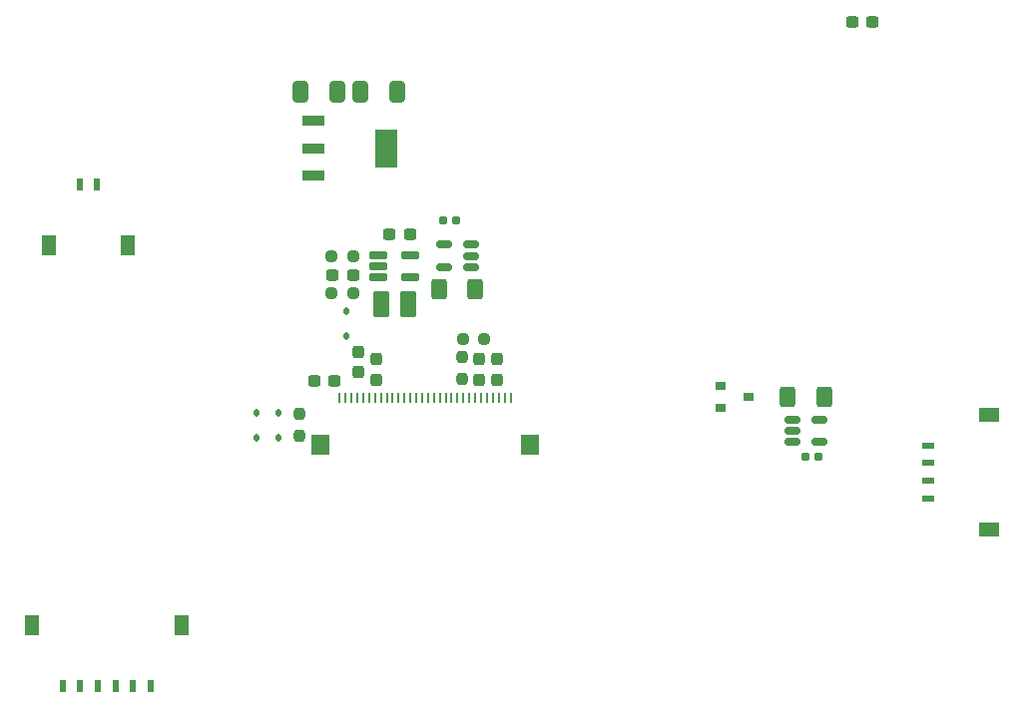
<source format=gbr>
%TF.GenerationSoftware,KiCad,Pcbnew,8.0.5-1.fc40*%
%TF.CreationDate,2024-10-23T10:10:35-04:00*%
%TF.ProjectId,payload_board,7061796c-6f61-4645-9f62-6f6172642e6b,rev?*%
%TF.SameCoordinates,Original*%
%TF.FileFunction,Paste,Bot*%
%TF.FilePolarity,Positive*%
%FSLAX46Y46*%
G04 Gerber Fmt 4.6, Leading zero omitted, Abs format (unit mm)*
G04 Created by KiCad (PCBNEW 8.0.5-1.fc40) date 2024-10-23 10:10:35*
%MOMM*%
%LPD*%
G01*
G04 APERTURE LIST*
G04 Aperture macros list*
%AMRoundRect*
0 Rectangle with rounded corners*
0 $1 Rounding radius*
0 $2 $3 $4 $5 $6 $7 $8 $9 X,Y pos of 4 corners*
0 Add a 4 corners polygon primitive as box body*
4,1,4,$2,$3,$4,$5,$6,$7,$8,$9,$2,$3,0*
0 Add four circle primitives for the rounded corners*
1,1,$1+$1,$2,$3*
1,1,$1+$1,$4,$5*
1,1,$1+$1,$6,$7*
1,1,$1+$1,$8,$9*
0 Add four rect primitives between the rounded corners*
20,1,$1+$1,$2,$3,$4,$5,0*
20,1,$1+$1,$4,$5,$6,$7,0*
20,1,$1+$1,$6,$7,$8,$9,0*
20,1,$1+$1,$8,$9,$2,$3,0*%
G04 Aperture macros list end*
%ADD10RoundRect,0.237500X0.237500X-0.250000X0.237500X0.250000X-0.237500X0.250000X-0.237500X-0.250000X0*%
%ADD11RoundRect,0.112500X-0.112500X0.187500X-0.112500X-0.187500X0.112500X-0.187500X0.112500X0.187500X0*%
%ADD12R,0.600000X1.000000*%
%ADD13R,1.250000X1.800000*%
%ADD14RoundRect,0.250000X-0.400000X-0.625000X0.400000X-0.625000X0.400000X0.625000X-0.400000X0.625000X0*%
%ADD15RoundRect,0.150000X-0.512500X-0.150000X0.512500X-0.150000X0.512500X0.150000X-0.512500X0.150000X0*%
%ADD16RoundRect,0.237500X0.300000X0.237500X-0.300000X0.237500X-0.300000X-0.237500X0.300000X-0.237500X0*%
%ADD17RoundRect,0.237500X0.250000X0.237500X-0.250000X0.237500X-0.250000X-0.237500X0.250000X-0.237500X0*%
%ADD18RoundRect,0.237500X-0.300000X-0.237500X0.300000X-0.237500X0.300000X0.237500X-0.300000X0.237500X0*%
%ADD19RoundRect,0.237500X-0.237500X0.300000X-0.237500X-0.300000X0.237500X-0.300000X0.237500X0.300000X0*%
%ADD20RoundRect,0.155000X-0.212500X-0.155000X0.212500X-0.155000X0.212500X0.155000X-0.212500X0.155000X0*%
%ADD21RoundRect,0.112500X0.112500X-0.187500X0.112500X0.187500X-0.112500X0.187500X-0.112500X-0.187500X0*%
%ADD22R,0.900000X0.800000*%
%ADD23RoundRect,0.250000X0.412500X0.650000X-0.412500X0.650000X-0.412500X-0.650000X0.412500X-0.650000X0*%
%ADD24R,1.524000X1.701800*%
%ADD25R,0.254000X0.812800*%
%ADD26RoundRect,0.150000X0.512500X0.150000X-0.512500X0.150000X-0.512500X-0.150000X0.512500X-0.150000X0*%
%ADD27R,1.000000X0.600000*%
%ADD28R,1.800000X1.250000*%
%ADD29RoundRect,0.237500X-0.250000X-0.237500X0.250000X-0.237500X0.250000X0.237500X-0.250000X0.237500X0*%
%ADD30RoundRect,0.237500X-0.237500X0.250000X-0.237500X-0.250000X0.237500X-0.250000X0.237500X0.250000X0*%
%ADD31R,1.850000X0.900000*%
%ADD32R,1.850000X3.200000*%
%ADD33RoundRect,0.162500X-0.617500X-0.162500X0.617500X-0.162500X0.617500X0.162500X-0.617500X0.162500X0*%
%ADD34RoundRect,0.250001X0.462499X0.849999X-0.462499X0.849999X-0.462499X-0.849999X0.462499X-0.849999X0*%
%ADD35RoundRect,0.250000X-0.412500X-0.650000X0.412500X-0.650000X0.412500X0.650000X-0.412500X0.650000X0*%
G04 APERTURE END LIST*
D10*
%TO.C,R19*%
X52250000Y-85575000D03*
X52250000Y-83750000D03*
%TD*%
D11*
%TO.C,D7*%
X50500000Y-83650000D03*
X50500000Y-85750000D03*
%TD*%
D12*
%TO.C,J8*%
X35095000Y-64270000D03*
X33595000Y-64270000D03*
D13*
X37700000Y-69460000D03*
X30990000Y-69460000D03*
%TD*%
D14*
%TO.C,R13*%
X64075600Y-73169796D03*
X67175600Y-73169796D03*
%TD*%
D15*
%TO.C,U4*%
X94082500Y-86142000D03*
X94082500Y-85192000D03*
X94082500Y-84242000D03*
X96357500Y-84242000D03*
X96357500Y-86142000D03*
%TD*%
D16*
%TO.C,C18*%
X100862500Y-50500000D03*
X99137500Y-50500000D03*
%TD*%
D17*
%TO.C,R18*%
X56775001Y-70350000D03*
X54950001Y-70350000D03*
%TD*%
D18*
%TO.C,C20*%
X53475000Y-81000000D03*
X55200000Y-81000000D03*
%TD*%
D14*
%TO.C,R14*%
X93670000Y-82321800D03*
X96770000Y-82321800D03*
%TD*%
D19*
%TO.C,C23*%
X58750000Y-79137500D03*
X58750000Y-80862500D03*
%TD*%
D20*
%TO.C,C16*%
X64412500Y-67359201D03*
X65547500Y-67359201D03*
%TD*%
D21*
%TO.C,D9*%
X56250001Y-77150000D03*
X56250001Y-75050000D03*
%TD*%
D22*
%TO.C,Q1*%
X87954000Y-83246000D03*
X87954000Y-81346000D03*
X90354000Y-82296000D03*
%TD*%
D23*
%TO.C,C13*%
X60512500Y-56372500D03*
X57387500Y-56372500D03*
%TD*%
D24*
%TO.C,U6*%
X53997300Y-86413200D03*
X71802700Y-86413200D03*
D25*
X70150001Y-82400000D03*
X69650002Y-82400000D03*
X69150000Y-82400000D03*
X68650001Y-82400000D03*
X68150000Y-82400000D03*
X67650001Y-82400000D03*
X67150002Y-82400000D03*
X66650000Y-82400000D03*
X66150001Y-82400000D03*
X65650000Y-82400000D03*
X65150001Y-82400000D03*
X64650002Y-82400000D03*
X64150000Y-82400000D03*
X63650001Y-82400000D03*
X63150002Y-82400000D03*
X62650000Y-82400000D03*
X62150002Y-82400000D03*
X61650000Y-82400000D03*
X61150001Y-82400000D03*
X60650002Y-82400000D03*
X60150000Y-82400000D03*
X59650001Y-82400000D03*
X59150000Y-82400000D03*
X58650001Y-82400000D03*
X58150002Y-82400000D03*
X57650000Y-82400000D03*
X57150001Y-82400000D03*
X56650000Y-82400000D03*
X56150001Y-82400000D03*
X55650002Y-82400000D03*
%TD*%
D26*
%TO.C,U3*%
X66794000Y-69390196D03*
X66794000Y-70340196D03*
X66794000Y-71290196D03*
X64519000Y-71290196D03*
X64519000Y-69390196D03*
%TD*%
D19*
%TO.C,C21*%
X57250000Y-78500000D03*
X57250000Y-80225000D03*
%TD*%
D27*
%TO.C,J3*%
X105570000Y-86440000D03*
X105570000Y-87940000D03*
X105570000Y-89439999D03*
X105570000Y-90940001D03*
D28*
X110760000Y-83835001D03*
X110760000Y-93545000D03*
%TD*%
D29*
%TO.C,R17*%
X54950001Y-73550000D03*
X56775001Y-73550000D03*
%TD*%
D30*
%TO.C,R15*%
X66000000Y-78925000D03*
X66000000Y-80750000D03*
%TD*%
D31*
%TO.C,IC2*%
X53442500Y-63502500D03*
X53442500Y-61202500D03*
X53442500Y-58902500D03*
D32*
X59642500Y-61202500D03*
%TD*%
D19*
%TO.C,C24*%
X69000000Y-79137500D03*
X69000000Y-80862500D03*
%TD*%
D18*
%TO.C,C25*%
X55050001Y-71950000D03*
X56775001Y-71950000D03*
%TD*%
D16*
%TO.C,C19*%
X61612501Y-68550000D03*
X59887501Y-68550000D03*
%TD*%
D20*
%TO.C,C17*%
X95162500Y-87376000D03*
X96297500Y-87376000D03*
%TD*%
D12*
%TO.C,J6*%
X32140348Y-106880001D03*
X33640348Y-106880001D03*
X35140347Y-106880001D03*
X36640349Y-106880001D03*
X38140349Y-106880001D03*
X39640348Y-106880001D03*
D13*
X29535349Y-101690001D03*
X42245347Y-101690001D03*
%TD*%
D19*
%TO.C,C22*%
X67500000Y-79137500D03*
X67500000Y-80862500D03*
%TD*%
D17*
%TO.C,R16*%
X67912500Y-77400000D03*
X66087500Y-77400000D03*
%TD*%
D21*
%TO.C,D5*%
X48600000Y-85750000D03*
X48600000Y-83650000D03*
%TD*%
D33*
%TO.C,U5*%
X58950001Y-72150000D03*
X58950001Y-71200000D03*
X58950001Y-70250000D03*
X61650001Y-70250000D03*
X61650001Y-72150000D03*
%TD*%
D34*
%TO.C,L1*%
X61483001Y-74448000D03*
X59158001Y-74448000D03*
%TD*%
D35*
%TO.C,C12*%
X52297500Y-56392500D03*
X55422500Y-56392500D03*
%TD*%
M02*

</source>
